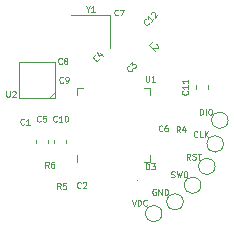
<source format=gto>
%TF.GenerationSoftware,KiCad,Pcbnew,5.1.7-a382d34a8~87~ubuntu20.04.1*%
%TF.CreationDate,2020-10-26T14:53:32+05:00*%
%TF.ProjectId,OneRing,4f6e6552-696e-4672-9e6b-696361645f70,rev?*%
%TF.SameCoordinates,Original*%
%TF.FileFunction,Legend,Top*%
%TF.FilePolarity,Positive*%
%FSLAX46Y46*%
G04 Gerber Fmt 4.6, Leading zero omitted, Abs format (unit mm)*
G04 Created by KiCad (PCBNEW 5.1.7-a382d34a8~87~ubuntu20.04.1) date 2020-10-26 14:53:32*
%MOMM*%
%LPD*%
G01*
G04 APERTURE LIST*
%ADD10C,0.125000*%
%ADD11C,0.120000*%
%ADD12C,0.100000*%
%ADD13C,1.700000*%
%ADD14C,0.600000*%
%ADD15C,1.100000*%
%ADD16C,0.254000*%
G04 APERTURE END LIST*
D10*
X166528869Y-112126190D02*
X166695535Y-112626190D01*
X166862202Y-112126190D01*
X167028869Y-112626190D02*
X167028869Y-112126190D01*
X167147916Y-112126190D01*
X167219345Y-112150000D01*
X167266964Y-112197619D01*
X167290773Y-112245238D01*
X167314583Y-112340476D01*
X167314583Y-112411904D01*
X167290773Y-112507142D01*
X167266964Y-112554761D01*
X167219345Y-112602380D01*
X167147916Y-112626190D01*
X167028869Y-112626190D01*
X167814583Y-112578571D02*
X167790773Y-112602380D01*
X167719345Y-112626190D01*
X167671726Y-112626190D01*
X167600297Y-112602380D01*
X167552678Y-112554761D01*
X167528869Y-112507142D01*
X167505059Y-112411904D01*
X167505059Y-112340476D01*
X167528869Y-112245238D01*
X167552678Y-112197619D01*
X167600297Y-112150000D01*
X167671726Y-112126190D01*
X167719345Y-112126190D01*
X167790773Y-112150000D01*
X167814583Y-112173809D01*
X168562202Y-111250000D02*
X168514583Y-111226190D01*
X168443154Y-111226190D01*
X168371726Y-111250000D01*
X168324107Y-111297619D01*
X168300297Y-111345238D01*
X168276488Y-111440476D01*
X168276488Y-111511904D01*
X168300297Y-111607142D01*
X168324107Y-111654761D01*
X168371726Y-111702380D01*
X168443154Y-111726190D01*
X168490773Y-111726190D01*
X168562202Y-111702380D01*
X168586011Y-111678571D01*
X168586011Y-111511904D01*
X168490773Y-111511904D01*
X168800297Y-111726190D02*
X168800297Y-111226190D01*
X169086011Y-111726190D01*
X169086011Y-111226190D01*
X169324107Y-111726190D02*
X169324107Y-111226190D01*
X169443154Y-111226190D01*
X169514583Y-111250000D01*
X169562202Y-111297619D01*
X169586011Y-111345238D01*
X169609821Y-111440476D01*
X169609821Y-111511904D01*
X169586011Y-111607142D01*
X169562202Y-111654761D01*
X169514583Y-111702380D01*
X169443154Y-111726190D01*
X169324107Y-111726190D01*
X169876488Y-110202380D02*
X169947916Y-110226190D01*
X170066964Y-110226190D01*
X170114583Y-110202380D01*
X170138392Y-110178571D01*
X170162202Y-110130952D01*
X170162202Y-110083333D01*
X170138392Y-110035714D01*
X170114583Y-110011904D01*
X170066964Y-109988095D01*
X169971726Y-109964285D01*
X169924107Y-109940476D01*
X169900297Y-109916666D01*
X169876488Y-109869047D01*
X169876488Y-109821428D01*
X169900297Y-109773809D01*
X169924107Y-109750000D01*
X169971726Y-109726190D01*
X170090773Y-109726190D01*
X170162202Y-109750000D01*
X170328869Y-109726190D02*
X170447916Y-110226190D01*
X170543154Y-109869047D01*
X170638392Y-110226190D01*
X170757440Y-109726190D01*
X171043154Y-109726190D02*
X171138392Y-109726190D01*
X171186011Y-109750000D01*
X171233630Y-109797619D01*
X171257440Y-109892857D01*
X171257440Y-110059523D01*
X171233630Y-110154761D01*
X171186011Y-110202380D01*
X171138392Y-110226190D01*
X171043154Y-110226190D01*
X170995535Y-110202380D01*
X170947916Y-110154761D01*
X170924107Y-110059523D01*
X170924107Y-109892857D01*
X170947916Y-109797619D01*
X170995535Y-109750000D01*
X171043154Y-109726190D01*
X171486011Y-108726190D02*
X171319345Y-108488095D01*
X171200297Y-108726190D02*
X171200297Y-108226190D01*
X171390773Y-108226190D01*
X171438392Y-108250000D01*
X171462202Y-108273809D01*
X171486011Y-108321428D01*
X171486011Y-108392857D01*
X171462202Y-108440476D01*
X171438392Y-108464285D01*
X171390773Y-108488095D01*
X171200297Y-108488095D01*
X171676488Y-108702380D02*
X171747916Y-108726190D01*
X171866964Y-108726190D01*
X171914583Y-108702380D01*
X171938392Y-108678571D01*
X171962202Y-108630952D01*
X171962202Y-108583333D01*
X171938392Y-108535714D01*
X171914583Y-108511904D01*
X171866964Y-108488095D01*
X171771726Y-108464285D01*
X171724107Y-108440476D01*
X171700297Y-108416666D01*
X171676488Y-108369047D01*
X171676488Y-108321428D01*
X171700297Y-108273809D01*
X171724107Y-108250000D01*
X171771726Y-108226190D01*
X171890773Y-108226190D01*
X171962202Y-108250000D01*
X172105059Y-108226190D02*
X172390773Y-108226190D01*
X172247916Y-108726190D02*
X172247916Y-108226190D01*
X172086011Y-106778571D02*
X172062202Y-106802380D01*
X171990773Y-106826190D01*
X171943154Y-106826190D01*
X171871726Y-106802380D01*
X171824107Y-106754761D01*
X171800297Y-106707142D01*
X171776488Y-106611904D01*
X171776488Y-106540476D01*
X171800297Y-106445238D01*
X171824107Y-106397619D01*
X171871726Y-106350000D01*
X171943154Y-106326190D01*
X171990773Y-106326190D01*
X172062202Y-106350000D01*
X172086011Y-106373809D01*
X172538392Y-106826190D02*
X172300297Y-106826190D01*
X172300297Y-106326190D01*
X172705059Y-106826190D02*
X172705059Y-106326190D01*
X172990773Y-106826190D02*
X172776488Y-106540476D01*
X172990773Y-106326190D02*
X172705059Y-106611904D01*
X172300297Y-104926190D02*
X172300297Y-104426190D01*
X172419345Y-104426190D01*
X172490773Y-104450000D01*
X172538392Y-104497619D01*
X172562202Y-104545238D01*
X172586011Y-104640476D01*
X172586011Y-104711904D01*
X172562202Y-104807142D01*
X172538392Y-104854761D01*
X172490773Y-104902380D01*
X172419345Y-104926190D01*
X172300297Y-104926190D01*
X172800297Y-104926190D02*
X172800297Y-104426190D01*
X173133630Y-104426190D02*
X173228869Y-104426190D01*
X173276488Y-104450000D01*
X173324107Y-104497619D01*
X173347916Y-104592857D01*
X173347916Y-104759523D01*
X173324107Y-104854761D01*
X173276488Y-104902380D01*
X173228869Y-104926190D01*
X173133630Y-104926190D01*
X173086011Y-104902380D01*
X173038392Y-104854761D01*
X173014583Y-104759523D01*
X173014583Y-104592857D01*
X173038392Y-104497619D01*
X173086011Y-104450000D01*
X173133630Y-104426190D01*
D11*
%TO.C,C5*%
X159410000Y-107362779D02*
X159410000Y-107037221D01*
X158390000Y-107362779D02*
X158390000Y-107037221D01*
%TO.C,C10*%
X159990000Y-107362779D02*
X159990000Y-107037221D01*
X161010000Y-107362779D02*
X161010000Y-107037221D01*
%TO.C,C11*%
X173010000Y-102762779D02*
X173010000Y-102437221D01*
X171990000Y-102762779D02*
X171990000Y-102437221D01*
D12*
%TO.C,D3*%
X167060000Y-110500000D02*
G75*
G03*
X167060000Y-110500000I-50000J0D01*
G01*
D11*
%TO.C,TP1*%
X169100000Y-113300000D02*
G75*
G03*
X169100000Y-113300000I-700000J0D01*
G01*
%TO.C,TP2*%
X173600000Y-109300000D02*
G75*
G03*
X173600000Y-109300000I-700000J0D01*
G01*
%TO.C,TP3*%
X174300000Y-107400000D02*
G75*
G03*
X174300000Y-107400000I-700000J0D01*
G01*
%TO.C,TP4*%
X174700000Y-105400000D02*
G75*
G03*
X174700000Y-105400000I-700000J0D01*
G01*
%TO.C,TP5*%
X172400000Y-110900000D02*
G75*
G03*
X172400000Y-110900000I-700000J0D01*
G01*
%TO.C,TP6*%
X170900000Y-112300000D02*
G75*
G03*
X170900000Y-112300000I-700000J0D01*
G01*
%TO.C,U1*%
X161890000Y-108360000D02*
X161890000Y-108910000D01*
X168110000Y-102690000D02*
X167560000Y-102690000D01*
X168110000Y-103240000D02*
X168110000Y-102690000D01*
X168110000Y-108910000D02*
X167560000Y-108910000D01*
X168110000Y-108360000D02*
X168110000Y-108910000D01*
X161890000Y-102690000D02*
X162440000Y-102690000D01*
X161890000Y-103240000D02*
X161890000Y-102690000D01*
%TO.C,U2*%
X160000000Y-103000000D02*
X159500000Y-103500000D01*
X159450000Y-103150000D02*
G75*
G03*
X159450000Y-103150000I-50000J0D01*
G01*
X157000000Y-103500000D02*
X160000000Y-103500000D01*
X157000000Y-100500000D02*
X157000000Y-103500000D01*
X160000000Y-100500000D02*
X157000000Y-100500000D01*
X160000000Y-103500000D02*
X160000000Y-100500000D01*
%TO.C,Y1*%
X164700000Y-96500000D02*
X161400000Y-96500000D01*
X164700000Y-99300000D02*
X164700000Y-96500000D01*
%TO.C,C1*%
D10*
X157416666Y-105728571D02*
X157392857Y-105752380D01*
X157321428Y-105776190D01*
X157273809Y-105776190D01*
X157202380Y-105752380D01*
X157154761Y-105704761D01*
X157130952Y-105657142D01*
X157107142Y-105561904D01*
X157107142Y-105490476D01*
X157130952Y-105395238D01*
X157154761Y-105347619D01*
X157202380Y-105300000D01*
X157273809Y-105276190D01*
X157321428Y-105276190D01*
X157392857Y-105300000D01*
X157416666Y-105323809D01*
X157892857Y-105776190D02*
X157607142Y-105776190D01*
X157750000Y-105776190D02*
X157750000Y-105276190D01*
X157702380Y-105347619D01*
X157654761Y-105395238D01*
X157607142Y-105419047D01*
%TO.C,C2*%
X162216666Y-111078571D02*
X162192857Y-111102380D01*
X162121428Y-111126190D01*
X162073809Y-111126190D01*
X162002380Y-111102380D01*
X161954761Y-111054761D01*
X161930952Y-111007142D01*
X161907142Y-110911904D01*
X161907142Y-110840476D01*
X161930952Y-110745238D01*
X161954761Y-110697619D01*
X162002380Y-110650000D01*
X162073809Y-110626190D01*
X162121428Y-110626190D01*
X162192857Y-110650000D01*
X162216666Y-110673809D01*
X162407142Y-110673809D02*
X162430952Y-110650000D01*
X162478571Y-110626190D01*
X162597619Y-110626190D01*
X162645238Y-110650000D01*
X162669047Y-110673809D01*
X162692857Y-110721428D01*
X162692857Y-110769047D01*
X162669047Y-110840476D01*
X162383333Y-111126190D01*
X162692857Y-111126190D01*
%TO.C,C3*%
X166567343Y-101085194D02*
X166567343Y-101118866D01*
X166533671Y-101186209D01*
X166500000Y-101219881D01*
X166432656Y-101253553D01*
X166365312Y-101253553D01*
X166314805Y-101236717D01*
X166230625Y-101186209D01*
X166180118Y-101135702D01*
X166129610Y-101051522D01*
X166112774Y-101001015D01*
X166112774Y-100933671D01*
X166146446Y-100866328D01*
X166180118Y-100832656D01*
X166247461Y-100798984D01*
X166281133Y-100798984D01*
X166365312Y-100647461D02*
X166584179Y-100428595D01*
X166601015Y-100681133D01*
X166651522Y-100630625D01*
X166702030Y-100613790D01*
X166735702Y-100613790D01*
X166786209Y-100630625D01*
X166870389Y-100714805D01*
X166887225Y-100765312D01*
X166887225Y-100798984D01*
X166870389Y-100849492D01*
X166769374Y-100950507D01*
X166718866Y-100967343D01*
X166685194Y-100967343D01*
%TO.C,C4*%
X163740028Y-100185195D02*
X163740028Y-100218867D01*
X163706356Y-100286210D01*
X163672685Y-100319882D01*
X163605341Y-100353554D01*
X163537997Y-100353554D01*
X163487490Y-100336718D01*
X163403310Y-100286210D01*
X163352803Y-100235703D01*
X163302295Y-100151523D01*
X163285459Y-100101016D01*
X163285459Y-100033672D01*
X163319131Y-99966329D01*
X163352803Y-99932657D01*
X163420146Y-99898985D01*
X163453818Y-99898985D01*
X163841043Y-99680119D02*
X164076746Y-99915821D01*
X163622177Y-99629611D02*
X163790536Y-99966329D01*
X164009402Y-99747462D01*
%TO.C,C5*%
X158816666Y-105478571D02*
X158792857Y-105502380D01*
X158721428Y-105526190D01*
X158673809Y-105526190D01*
X158602380Y-105502380D01*
X158554761Y-105454761D01*
X158530952Y-105407142D01*
X158507142Y-105311904D01*
X158507142Y-105240476D01*
X158530952Y-105145238D01*
X158554761Y-105097619D01*
X158602380Y-105050000D01*
X158673809Y-105026190D01*
X158721428Y-105026190D01*
X158792857Y-105050000D01*
X158816666Y-105073809D01*
X159269047Y-105026190D02*
X159030952Y-105026190D01*
X159007142Y-105264285D01*
X159030952Y-105240476D01*
X159078571Y-105216666D01*
X159197619Y-105216666D01*
X159245238Y-105240476D01*
X159269047Y-105264285D01*
X159292857Y-105311904D01*
X159292857Y-105430952D01*
X159269047Y-105478571D01*
X159245238Y-105502380D01*
X159197619Y-105526190D01*
X159078571Y-105526190D01*
X159030952Y-105502380D01*
X159007142Y-105478571D01*
%TO.C,C6*%
X169116666Y-106278571D02*
X169092857Y-106302380D01*
X169021428Y-106326190D01*
X168973809Y-106326190D01*
X168902380Y-106302380D01*
X168854761Y-106254761D01*
X168830952Y-106207142D01*
X168807142Y-106111904D01*
X168807142Y-106040476D01*
X168830952Y-105945238D01*
X168854761Y-105897619D01*
X168902380Y-105850000D01*
X168973809Y-105826190D01*
X169021428Y-105826190D01*
X169092857Y-105850000D01*
X169116666Y-105873809D01*
X169545238Y-105826190D02*
X169450000Y-105826190D01*
X169402380Y-105850000D01*
X169378571Y-105873809D01*
X169330952Y-105945238D01*
X169307142Y-106040476D01*
X169307142Y-106230952D01*
X169330952Y-106278571D01*
X169354761Y-106302380D01*
X169402380Y-106326190D01*
X169497619Y-106326190D01*
X169545238Y-106302380D01*
X169569047Y-106278571D01*
X169592857Y-106230952D01*
X169592857Y-106111904D01*
X169569047Y-106064285D01*
X169545238Y-106040476D01*
X169497619Y-106016666D01*
X169402380Y-106016666D01*
X169354761Y-106040476D01*
X169330952Y-106064285D01*
X169307142Y-106111904D01*
%TO.C,C7*%
X165366666Y-96478571D02*
X165342857Y-96502380D01*
X165271428Y-96526190D01*
X165223809Y-96526190D01*
X165152380Y-96502380D01*
X165104761Y-96454761D01*
X165080952Y-96407142D01*
X165057142Y-96311904D01*
X165057142Y-96240476D01*
X165080952Y-96145238D01*
X165104761Y-96097619D01*
X165152380Y-96050000D01*
X165223809Y-96026190D01*
X165271428Y-96026190D01*
X165342857Y-96050000D01*
X165366666Y-96073809D01*
X165533333Y-96026190D02*
X165866666Y-96026190D01*
X165652380Y-96526190D01*
%TO.C,C8*%
X160616666Y-100578571D02*
X160592857Y-100602380D01*
X160521428Y-100626190D01*
X160473809Y-100626190D01*
X160402380Y-100602380D01*
X160354761Y-100554761D01*
X160330952Y-100507142D01*
X160307142Y-100411904D01*
X160307142Y-100340476D01*
X160330952Y-100245238D01*
X160354761Y-100197619D01*
X160402380Y-100150000D01*
X160473809Y-100126190D01*
X160521428Y-100126190D01*
X160592857Y-100150000D01*
X160616666Y-100173809D01*
X160902380Y-100340476D02*
X160854761Y-100316666D01*
X160830952Y-100292857D01*
X160807142Y-100245238D01*
X160807142Y-100221428D01*
X160830952Y-100173809D01*
X160854761Y-100150000D01*
X160902380Y-100126190D01*
X160997619Y-100126190D01*
X161045238Y-100150000D01*
X161069047Y-100173809D01*
X161092857Y-100221428D01*
X161092857Y-100245238D01*
X161069047Y-100292857D01*
X161045238Y-100316666D01*
X160997619Y-100340476D01*
X160902380Y-100340476D01*
X160854761Y-100364285D01*
X160830952Y-100388095D01*
X160807142Y-100435714D01*
X160807142Y-100530952D01*
X160830952Y-100578571D01*
X160854761Y-100602380D01*
X160902380Y-100626190D01*
X160997619Y-100626190D01*
X161045238Y-100602380D01*
X161069047Y-100578571D01*
X161092857Y-100530952D01*
X161092857Y-100435714D01*
X161069047Y-100388095D01*
X161045238Y-100364285D01*
X160997619Y-100340476D01*
%TO.C,C9*%
X160716666Y-102178571D02*
X160692857Y-102202380D01*
X160621428Y-102226190D01*
X160573809Y-102226190D01*
X160502380Y-102202380D01*
X160454761Y-102154761D01*
X160430952Y-102107142D01*
X160407142Y-102011904D01*
X160407142Y-101940476D01*
X160430952Y-101845238D01*
X160454761Y-101797619D01*
X160502380Y-101750000D01*
X160573809Y-101726190D01*
X160621428Y-101726190D01*
X160692857Y-101750000D01*
X160716666Y-101773809D01*
X160954761Y-102226190D02*
X161050000Y-102226190D01*
X161097619Y-102202380D01*
X161121428Y-102178571D01*
X161169047Y-102107142D01*
X161192857Y-102011904D01*
X161192857Y-101821428D01*
X161169047Y-101773809D01*
X161145238Y-101750000D01*
X161097619Y-101726190D01*
X161002380Y-101726190D01*
X160954761Y-101750000D01*
X160930952Y-101773809D01*
X160907142Y-101821428D01*
X160907142Y-101940476D01*
X160930952Y-101988095D01*
X160954761Y-102011904D01*
X161002380Y-102035714D01*
X161097619Y-102035714D01*
X161145238Y-102011904D01*
X161169047Y-101988095D01*
X161192857Y-101940476D01*
%TO.C,C10*%
X160178571Y-105478571D02*
X160154761Y-105502380D01*
X160083333Y-105526190D01*
X160035714Y-105526190D01*
X159964285Y-105502380D01*
X159916666Y-105454761D01*
X159892857Y-105407142D01*
X159869047Y-105311904D01*
X159869047Y-105240476D01*
X159892857Y-105145238D01*
X159916666Y-105097619D01*
X159964285Y-105050000D01*
X160035714Y-105026190D01*
X160083333Y-105026190D01*
X160154761Y-105050000D01*
X160178571Y-105073809D01*
X160654761Y-105526190D02*
X160369047Y-105526190D01*
X160511904Y-105526190D02*
X160511904Y-105026190D01*
X160464285Y-105097619D01*
X160416666Y-105145238D01*
X160369047Y-105169047D01*
X160964285Y-105026190D02*
X161011904Y-105026190D01*
X161059523Y-105050000D01*
X161083333Y-105073809D01*
X161107142Y-105121428D01*
X161130952Y-105216666D01*
X161130952Y-105335714D01*
X161107142Y-105430952D01*
X161083333Y-105478571D01*
X161059523Y-105502380D01*
X161011904Y-105526190D01*
X160964285Y-105526190D01*
X160916666Y-105502380D01*
X160892857Y-105478571D01*
X160869047Y-105430952D01*
X160845238Y-105335714D01*
X160845238Y-105216666D01*
X160869047Y-105121428D01*
X160892857Y-105073809D01*
X160916666Y-105050000D01*
X160964285Y-105026190D01*
%TO.C,C11*%
X171248571Y-102921428D02*
X171272380Y-102945238D01*
X171296190Y-103016666D01*
X171296190Y-103064285D01*
X171272380Y-103135714D01*
X171224761Y-103183333D01*
X171177142Y-103207142D01*
X171081904Y-103230952D01*
X171010476Y-103230952D01*
X170915238Y-103207142D01*
X170867619Y-103183333D01*
X170820000Y-103135714D01*
X170796190Y-103064285D01*
X170796190Y-103016666D01*
X170820000Y-102945238D01*
X170843809Y-102921428D01*
X171296190Y-102445238D02*
X171296190Y-102730952D01*
X171296190Y-102588095D02*
X170796190Y-102588095D01*
X170867619Y-102635714D01*
X170915238Y-102683333D01*
X170939047Y-102730952D01*
X171296190Y-101969047D02*
X171296190Y-102254761D01*
X171296190Y-102111904D02*
X170796190Y-102111904D01*
X170867619Y-102159523D01*
X170915238Y-102207142D01*
X170939047Y-102254761D01*
%TO.C,C12*%
X167998984Y-97153553D02*
X167998984Y-97187225D01*
X167965312Y-97254568D01*
X167931641Y-97288240D01*
X167864297Y-97321912D01*
X167796954Y-97321912D01*
X167746446Y-97305076D01*
X167662267Y-97254568D01*
X167611759Y-97204061D01*
X167561251Y-97119881D01*
X167544416Y-97069374D01*
X167544416Y-97002030D01*
X167578087Y-96934687D01*
X167611759Y-96901015D01*
X167679103Y-96867343D01*
X167712774Y-96867343D01*
X168369374Y-96850507D02*
X168167343Y-97052538D01*
X168268358Y-96951522D02*
X167914805Y-96597969D01*
X167931641Y-96682148D01*
X167931641Y-96749492D01*
X167914805Y-96800000D01*
X168184179Y-96395938D02*
X168184179Y-96362267D01*
X168201015Y-96311759D01*
X168285194Y-96227580D01*
X168335702Y-96210744D01*
X168369374Y-96210744D01*
X168419881Y-96227580D01*
X168453553Y-96261251D01*
X168487225Y-96328595D01*
X168487225Y-96732656D01*
X168706091Y-96513790D01*
%TO.C,D3*%
X167730952Y-109556190D02*
X167730952Y-109056190D01*
X167850000Y-109056190D01*
X167921428Y-109080000D01*
X167969047Y-109127619D01*
X167992857Y-109175238D01*
X168016666Y-109270476D01*
X168016666Y-109341904D01*
X167992857Y-109437142D01*
X167969047Y-109484761D01*
X167921428Y-109532380D01*
X167850000Y-109556190D01*
X167730952Y-109556190D01*
X168183333Y-109056190D02*
X168492857Y-109056190D01*
X168326190Y-109246666D01*
X168397619Y-109246666D01*
X168445238Y-109270476D01*
X168469047Y-109294285D01*
X168492857Y-109341904D01*
X168492857Y-109460952D01*
X168469047Y-109508571D01*
X168445238Y-109532380D01*
X168397619Y-109556190D01*
X168254761Y-109556190D01*
X168207142Y-109532380D01*
X168183333Y-109508571D01*
%TO.C,L2*%
X168181133Y-99201015D02*
X168012774Y-99032656D01*
X168366328Y-98679103D01*
X168602030Y-98982148D02*
X168635702Y-98982148D01*
X168686209Y-98998984D01*
X168770389Y-99083164D01*
X168787225Y-99133671D01*
X168787225Y-99167343D01*
X168770389Y-99217851D01*
X168736717Y-99251522D01*
X168669374Y-99285194D01*
X168265312Y-99285194D01*
X168484179Y-99504061D01*
%TO.C,R4*%
X170616666Y-106426190D02*
X170450000Y-106188095D01*
X170330952Y-106426190D02*
X170330952Y-105926190D01*
X170521428Y-105926190D01*
X170569047Y-105950000D01*
X170592857Y-105973809D01*
X170616666Y-106021428D01*
X170616666Y-106092857D01*
X170592857Y-106140476D01*
X170569047Y-106164285D01*
X170521428Y-106188095D01*
X170330952Y-106188095D01*
X171045238Y-106092857D02*
X171045238Y-106426190D01*
X170926190Y-105902380D02*
X170807142Y-106259523D01*
X171116666Y-106259523D01*
%TO.C,R5*%
X160516666Y-111226190D02*
X160350000Y-110988095D01*
X160230952Y-111226190D02*
X160230952Y-110726190D01*
X160421428Y-110726190D01*
X160469047Y-110750000D01*
X160492857Y-110773809D01*
X160516666Y-110821428D01*
X160516666Y-110892857D01*
X160492857Y-110940476D01*
X160469047Y-110964285D01*
X160421428Y-110988095D01*
X160230952Y-110988095D01*
X160969047Y-110726190D02*
X160730952Y-110726190D01*
X160707142Y-110964285D01*
X160730952Y-110940476D01*
X160778571Y-110916666D01*
X160897619Y-110916666D01*
X160945238Y-110940476D01*
X160969047Y-110964285D01*
X160992857Y-111011904D01*
X160992857Y-111130952D01*
X160969047Y-111178571D01*
X160945238Y-111202380D01*
X160897619Y-111226190D01*
X160778571Y-111226190D01*
X160730952Y-111202380D01*
X160707142Y-111178571D01*
%TO.C,R6*%
X159516666Y-109426190D02*
X159350000Y-109188095D01*
X159230952Y-109426190D02*
X159230952Y-108926190D01*
X159421428Y-108926190D01*
X159469047Y-108950000D01*
X159492857Y-108973809D01*
X159516666Y-109021428D01*
X159516666Y-109092857D01*
X159492857Y-109140476D01*
X159469047Y-109164285D01*
X159421428Y-109188095D01*
X159230952Y-109188095D01*
X159945238Y-108926190D02*
X159850000Y-108926190D01*
X159802380Y-108950000D01*
X159778571Y-108973809D01*
X159730952Y-109045238D01*
X159707142Y-109140476D01*
X159707142Y-109330952D01*
X159730952Y-109378571D01*
X159754761Y-109402380D01*
X159802380Y-109426190D01*
X159897619Y-109426190D01*
X159945238Y-109402380D01*
X159969047Y-109378571D01*
X159992857Y-109330952D01*
X159992857Y-109211904D01*
X159969047Y-109164285D01*
X159945238Y-109140476D01*
X159897619Y-109116666D01*
X159802380Y-109116666D01*
X159754761Y-109140476D01*
X159730952Y-109164285D01*
X159707142Y-109211904D01*
%TO.C,U1*%
X167719047Y-101626190D02*
X167719047Y-102030952D01*
X167742857Y-102078571D01*
X167766666Y-102102380D01*
X167814285Y-102126190D01*
X167909523Y-102126190D01*
X167957142Y-102102380D01*
X167980952Y-102078571D01*
X168004761Y-102030952D01*
X168004761Y-101626190D01*
X168504761Y-102126190D02*
X168219047Y-102126190D01*
X168361904Y-102126190D02*
X168361904Y-101626190D01*
X168314285Y-101697619D01*
X168266666Y-101745238D01*
X168219047Y-101769047D01*
%TO.C,U2*%
X155919047Y-102926190D02*
X155919047Y-103330952D01*
X155942857Y-103378571D01*
X155966666Y-103402380D01*
X156014285Y-103426190D01*
X156109523Y-103426190D01*
X156157142Y-103402380D01*
X156180952Y-103378571D01*
X156204761Y-103330952D01*
X156204761Y-102926190D01*
X156419047Y-102973809D02*
X156442857Y-102950000D01*
X156490476Y-102926190D01*
X156609523Y-102926190D01*
X156657142Y-102950000D01*
X156680952Y-102973809D01*
X156704761Y-103021428D01*
X156704761Y-103069047D01*
X156680952Y-103140476D01*
X156395238Y-103426190D01*
X156704761Y-103426190D01*
%TO.C,Y1*%
X162811904Y-95988095D02*
X162811904Y-96226190D01*
X162645238Y-95726190D02*
X162811904Y-95988095D01*
X162978571Y-95726190D01*
X163407142Y-96226190D02*
X163121428Y-96226190D01*
X163264285Y-96226190D02*
X163264285Y-95726190D01*
X163216666Y-95797619D01*
X163169047Y-95845238D01*
X163121428Y-95869047D01*
%TD*%
%LPC*%
D12*
%TO.C,AE1*%
G36*
X162334535Y-90361447D02*
G01*
X163288907Y-90136782D01*
X164252431Y-90023546D01*
X165239248Y-89997242D01*
X166220381Y-90065637D01*
X167176512Y-90233906D01*
X168161112Y-90508426D01*
X169062061Y-90857125D01*
X169913513Y-91291556D01*
X170747033Y-91813614D01*
X171531055Y-92421404D01*
X172241086Y-93100784D01*
X172884194Y-93839507D01*
X173438475Y-94633089D01*
X173940670Y-95502744D01*
X174321778Y-96384139D01*
X174633376Y-97315217D01*
X174867193Y-98381017D01*
X170858601Y-99455116D01*
X170728819Y-98661670D01*
X170561281Y-98075043D01*
X170340963Y-97523264D01*
X170105301Y-97068772D01*
X169769072Y-96548051D01*
X169409735Y-96095639D01*
X168997619Y-95678074D01*
X168542383Y-95292769D01*
X168085945Y-94980255D01*
X167574141Y-94692929D01*
X167061135Y-94478395D01*
X166517257Y-94303191D01*
X165935435Y-94179565D01*
X165369142Y-94113895D01*
X164777153Y-94106874D01*
X164210353Y-94155220D01*
X163598538Y-94267391D01*
X163079526Y-94416813D01*
X162549654Y-94641614D01*
X162030135Y-94905052D01*
X161562193Y-95206433D01*
X161093051Y-95580606D01*
X160675486Y-95992722D01*
X160306911Y-96433122D01*
X159994397Y-96889560D01*
X159702589Y-97423271D01*
X159478395Y-97938865D01*
X159305779Y-98492403D01*
X155178217Y-98117935D01*
X155503944Y-96860794D01*
X155847466Y-95940527D01*
X156296039Y-95064580D01*
X156811026Y-94243308D01*
X157421404Y-93468945D01*
X158088537Y-92751843D01*
X158839507Y-92115806D01*
X159630501Y-91551865D01*
X160512403Y-91056741D01*
X161391210Y-90665974D01*
X162334535Y-90361447D01*
G37*
%TD*%
D13*
%TO.C,J2*%
X157000000Y-109000000D03*
%TD*%
%TO.C,J3*%
X161000000Y-113000000D03*
%TD*%
%TO.C,C1*%
G36*
G01*
X157697500Y-107730000D02*
X157302500Y-107730000D01*
G75*
G02*
X157130000Y-107557500I0J172500D01*
G01*
X157130000Y-107212500D01*
G75*
G02*
X157302500Y-107040000I172500J0D01*
G01*
X157697500Y-107040000D01*
G75*
G02*
X157870000Y-107212500I0J-172500D01*
G01*
X157870000Y-107557500D01*
G75*
G02*
X157697500Y-107730000I-172500J0D01*
G01*
G37*
G36*
G01*
X157697500Y-106760000D02*
X157302500Y-106760000D01*
G75*
G02*
X157130000Y-106587500I0J172500D01*
G01*
X157130000Y-106242500D01*
G75*
G02*
X157302500Y-106070000I172500J0D01*
G01*
X157697500Y-106070000D01*
G75*
G02*
X157870000Y-106242500I0J-172500D01*
G01*
X157870000Y-106587500D01*
G75*
G02*
X157697500Y-106760000I-172500J0D01*
G01*
G37*
%TD*%
%TO.C,C2*%
G36*
G01*
X163145000Y-109802500D02*
X163145000Y-110197500D01*
G75*
G02*
X162972500Y-110370000I-172500J0D01*
G01*
X162627500Y-110370000D01*
G75*
G02*
X162455000Y-110197500I0J172500D01*
G01*
X162455000Y-109802500D01*
G75*
G02*
X162627500Y-109630000I172500J0D01*
G01*
X162972500Y-109630000D01*
G75*
G02*
X163145000Y-109802500I0J-172500D01*
G01*
G37*
G36*
G01*
X162175000Y-109802500D02*
X162175000Y-110197500D01*
G75*
G02*
X162002500Y-110370000I-172500J0D01*
G01*
X161657500Y-110370000D01*
G75*
G02*
X161485000Y-110197500I0J172500D01*
G01*
X161485000Y-109802500D01*
G75*
G02*
X161657500Y-109630000I172500J0D01*
G01*
X162002500Y-109630000D01*
G75*
G02*
X162175000Y-109802500I0J-172500D01*
G01*
G37*
%TD*%
%TO.C,C3*%
G36*
G01*
X166138649Y-100340659D02*
X165859341Y-100061351D01*
G75*
G02*
X165859341Y-99817399I121976J121976D01*
G01*
X166103293Y-99573447D01*
G75*
G02*
X166347245Y-99573447I121976J-121976D01*
G01*
X166626553Y-99852755D01*
G75*
G02*
X166626553Y-100096707I-121976J-121976D01*
G01*
X166382601Y-100340659D01*
G75*
G02*
X166138649Y-100340659I-121976J121976D01*
G01*
G37*
G36*
G01*
X165452755Y-101026553D02*
X165173447Y-100747245D01*
G75*
G02*
X165173447Y-100503293I121976J121976D01*
G01*
X165417399Y-100259341D01*
G75*
G02*
X165661351Y-100259341I121976J-121976D01*
G01*
X165940659Y-100538649D01*
G75*
G02*
X165940659Y-100782601I-121976J-121976D01*
G01*
X165696707Y-101026553D01*
G75*
G02*
X165452755Y-101026553I-121976J121976D01*
G01*
G37*
%TD*%
%TO.C,C4*%
G36*
G01*
X164052755Y-101076553D02*
X163773447Y-100797245D01*
G75*
G02*
X163773447Y-100553293I121976J121976D01*
G01*
X164017399Y-100309341D01*
G75*
G02*
X164261351Y-100309341I121976J-121976D01*
G01*
X164540659Y-100588649D01*
G75*
G02*
X164540659Y-100832601I-121976J-121976D01*
G01*
X164296707Y-101076553D01*
G75*
G02*
X164052755Y-101076553I-121976J121976D01*
G01*
G37*
G36*
G01*
X164738649Y-100390659D02*
X164459341Y-100111351D01*
G75*
G02*
X164459341Y-99867399I121976J121976D01*
G01*
X164703293Y-99623447D01*
G75*
G02*
X164947245Y-99623447I121976J-121976D01*
G01*
X165226553Y-99902755D01*
G75*
G02*
X165226553Y-100146707I-121976J-121976D01*
G01*
X164982601Y-100390659D01*
G75*
G02*
X164738649Y-100390659I-121976J121976D01*
G01*
G37*
%TD*%
%TO.C,C5*%
G36*
G01*
X159181250Y-108475000D02*
X158618750Y-108475000D01*
G75*
G02*
X158375000Y-108231250I0J243750D01*
G01*
X158375000Y-107743750D01*
G75*
G02*
X158618750Y-107500000I243750J0D01*
G01*
X159181250Y-107500000D01*
G75*
G02*
X159425000Y-107743750I0J-243750D01*
G01*
X159425000Y-108231250D01*
G75*
G02*
X159181250Y-108475000I-243750J0D01*
G01*
G37*
G36*
G01*
X159181250Y-106900000D02*
X158618750Y-106900000D01*
G75*
G02*
X158375000Y-106656250I0J243750D01*
G01*
X158375000Y-106168750D01*
G75*
G02*
X158618750Y-105925000I243750J0D01*
G01*
X159181250Y-105925000D01*
G75*
G02*
X159425000Y-106168750I0J-243750D01*
G01*
X159425000Y-106656250D01*
G75*
G02*
X159181250Y-106900000I-243750J0D01*
G01*
G37*
%TD*%
%TO.C,C6*%
G36*
G01*
X169397500Y-108345000D02*
X169002500Y-108345000D01*
G75*
G02*
X168830000Y-108172500I0J172500D01*
G01*
X168830000Y-107827500D01*
G75*
G02*
X169002500Y-107655000I172500J0D01*
G01*
X169397500Y-107655000D01*
G75*
G02*
X169570000Y-107827500I0J-172500D01*
G01*
X169570000Y-108172500D01*
G75*
G02*
X169397500Y-108345000I-172500J0D01*
G01*
G37*
G36*
G01*
X169397500Y-107375000D02*
X169002500Y-107375000D01*
G75*
G02*
X168830000Y-107202500I0J172500D01*
G01*
X168830000Y-106857500D01*
G75*
G02*
X169002500Y-106685000I172500J0D01*
G01*
X169397500Y-106685000D01*
G75*
G02*
X169570000Y-106857500I0J-172500D01*
G01*
X169570000Y-107202500D01*
G75*
G02*
X169397500Y-107375000I-172500J0D01*
G01*
G37*
%TD*%
%TO.C,C7*%
G36*
G01*
X165647500Y-97545000D02*
X165252500Y-97545000D01*
G75*
G02*
X165080000Y-97372500I0J172500D01*
G01*
X165080000Y-97027500D01*
G75*
G02*
X165252500Y-96855000I172500J0D01*
G01*
X165647500Y-96855000D01*
G75*
G02*
X165820000Y-97027500I0J-172500D01*
G01*
X165820000Y-97372500D01*
G75*
G02*
X165647500Y-97545000I-172500J0D01*
G01*
G37*
G36*
G01*
X165647500Y-98515000D02*
X165252500Y-98515000D01*
G75*
G02*
X165080000Y-98342500I0J172500D01*
G01*
X165080000Y-97997500D01*
G75*
G02*
X165252500Y-97825000I172500J0D01*
G01*
X165647500Y-97825000D01*
G75*
G02*
X165820000Y-97997500I0J-172500D01*
G01*
X165820000Y-98342500D01*
G75*
G02*
X165647500Y-98515000I-172500J0D01*
G01*
G37*
%TD*%
%TO.C,C8*%
G36*
G01*
X160897500Y-99915000D02*
X160502500Y-99915000D01*
G75*
G02*
X160330000Y-99742500I0J172500D01*
G01*
X160330000Y-99397500D01*
G75*
G02*
X160502500Y-99225000I172500J0D01*
G01*
X160897500Y-99225000D01*
G75*
G02*
X161070000Y-99397500I0J-172500D01*
G01*
X161070000Y-99742500D01*
G75*
G02*
X160897500Y-99915000I-172500J0D01*
G01*
G37*
G36*
G01*
X160897500Y-98945000D02*
X160502500Y-98945000D01*
G75*
G02*
X160330000Y-98772500I0J172500D01*
G01*
X160330000Y-98427500D01*
G75*
G02*
X160502500Y-98255000I172500J0D01*
G01*
X160897500Y-98255000D01*
G75*
G02*
X161070000Y-98427500I0J-172500D01*
G01*
X161070000Y-98772500D01*
G75*
G02*
X160897500Y-98945000I-172500J0D01*
G01*
G37*
%TD*%
%TO.C,C9*%
G36*
G01*
X160602500Y-103475000D02*
X160997500Y-103475000D01*
G75*
G02*
X161170000Y-103647500I0J-172500D01*
G01*
X161170000Y-103992500D01*
G75*
G02*
X160997500Y-104165000I-172500J0D01*
G01*
X160602500Y-104165000D01*
G75*
G02*
X160430000Y-103992500I0J172500D01*
G01*
X160430000Y-103647500D01*
G75*
G02*
X160602500Y-103475000I172500J0D01*
G01*
G37*
G36*
G01*
X160602500Y-102505000D02*
X160997500Y-102505000D01*
G75*
G02*
X161170000Y-102677500I0J-172500D01*
G01*
X161170000Y-103022500D01*
G75*
G02*
X160997500Y-103195000I-172500J0D01*
G01*
X160602500Y-103195000D01*
G75*
G02*
X160430000Y-103022500I0J172500D01*
G01*
X160430000Y-102677500D01*
G75*
G02*
X160602500Y-102505000I172500J0D01*
G01*
G37*
%TD*%
%TO.C,C10*%
G36*
G01*
X160781250Y-106900000D02*
X160218750Y-106900000D01*
G75*
G02*
X159975000Y-106656250I0J243750D01*
G01*
X159975000Y-106168750D01*
G75*
G02*
X160218750Y-105925000I243750J0D01*
G01*
X160781250Y-105925000D01*
G75*
G02*
X161025000Y-106168750I0J-243750D01*
G01*
X161025000Y-106656250D01*
G75*
G02*
X160781250Y-106900000I-243750J0D01*
G01*
G37*
G36*
G01*
X160781250Y-108475000D02*
X160218750Y-108475000D01*
G75*
G02*
X159975000Y-108231250I0J243750D01*
G01*
X159975000Y-107743750D01*
G75*
G02*
X160218750Y-107500000I243750J0D01*
G01*
X160781250Y-107500000D01*
G75*
G02*
X161025000Y-107743750I0J-243750D01*
G01*
X161025000Y-108231250D01*
G75*
G02*
X160781250Y-108475000I-243750J0D01*
G01*
G37*
%TD*%
%TO.C,C11*%
G36*
G01*
X172781250Y-103875000D02*
X172218750Y-103875000D01*
G75*
G02*
X171975000Y-103631250I0J243750D01*
G01*
X171975000Y-103143750D01*
G75*
G02*
X172218750Y-102900000I243750J0D01*
G01*
X172781250Y-102900000D01*
G75*
G02*
X173025000Y-103143750I0J-243750D01*
G01*
X173025000Y-103631250D01*
G75*
G02*
X172781250Y-103875000I-243750J0D01*
G01*
G37*
G36*
G01*
X172781250Y-102300000D02*
X172218750Y-102300000D01*
G75*
G02*
X171975000Y-102056250I0J243750D01*
G01*
X171975000Y-101568750D01*
G75*
G02*
X172218750Y-101325000I243750J0D01*
G01*
X172781250Y-101325000D01*
G75*
G02*
X173025000Y-101568750I0J-243750D01*
G01*
X173025000Y-102056250D01*
G75*
G02*
X172781250Y-102300000I-243750J0D01*
G01*
G37*
%TD*%
%TO.C,C12*%
G36*
G01*
X168461351Y-97359341D02*
X168740659Y-97638649D01*
G75*
G02*
X168740659Y-97882601I-121976J-121976D01*
G01*
X168496707Y-98126553D01*
G75*
G02*
X168252755Y-98126553I-121976J121976D01*
G01*
X167973447Y-97847245D01*
G75*
G02*
X167973447Y-97603293I121976J121976D01*
G01*
X168217399Y-97359341D01*
G75*
G02*
X168461351Y-97359341I121976J-121976D01*
G01*
G37*
G36*
G01*
X169147245Y-96673447D02*
X169426553Y-96952755D01*
G75*
G02*
X169426553Y-97196707I-121976J-121976D01*
G01*
X169182601Y-97440659D01*
G75*
G02*
X168938649Y-97440659I-121976J121976D01*
G01*
X168659341Y-97161351D01*
G75*
G02*
X168659341Y-96917399I121976J121976D01*
G01*
X168903293Y-96673447D01*
G75*
G02*
X169147245Y-96673447I121976J-121976D01*
G01*
G37*
%TD*%
%TO.C,D3*%
G36*
G01*
X167270000Y-110697500D02*
X167270000Y-110302500D01*
G75*
G02*
X167442500Y-110130000I172500J0D01*
G01*
X167787500Y-110130000D01*
G75*
G02*
X167960000Y-110302500I0J-172500D01*
G01*
X167960000Y-110697500D01*
G75*
G02*
X167787500Y-110870000I-172500J0D01*
G01*
X167442500Y-110870000D01*
G75*
G02*
X167270000Y-110697500I0J172500D01*
G01*
G37*
G36*
G01*
X168240000Y-110697500D02*
X168240000Y-110302500D01*
G75*
G02*
X168412500Y-110130000I172500J0D01*
G01*
X168757500Y-110130000D01*
G75*
G02*
X168930000Y-110302500I0J-172500D01*
G01*
X168930000Y-110697500D01*
G75*
G02*
X168757500Y-110870000I-172500J0D01*
G01*
X168412500Y-110870000D01*
G75*
G02*
X168240000Y-110697500I0J172500D01*
G01*
G37*
%TD*%
D14*
%TO.C,J1*%
X156000000Y-105250000D03*
X156000000Y-99750000D03*
%TD*%
%TO.C,L2*%
G36*
G01*
X169847245Y-97373447D02*
X170126553Y-97652755D01*
G75*
G02*
X170126553Y-97896707I-121976J-121976D01*
G01*
X169882601Y-98140659D01*
G75*
G02*
X169638649Y-98140659I-121976J121976D01*
G01*
X169359341Y-97861351D01*
G75*
G02*
X169359341Y-97617399I121976J121976D01*
G01*
X169603293Y-97373447D01*
G75*
G02*
X169847245Y-97373447I121976J-121976D01*
G01*
G37*
G36*
G01*
X169161351Y-98059341D02*
X169440659Y-98338649D01*
G75*
G02*
X169440659Y-98582601I-121976J-121976D01*
G01*
X169196707Y-98826553D01*
G75*
G02*
X168952755Y-98826553I-121976J121976D01*
G01*
X168673447Y-98547245D01*
G75*
G02*
X168673447Y-98303293I121976J121976D01*
G01*
X168917399Y-98059341D01*
G75*
G02*
X169161351Y-98059341I121976J-121976D01*
G01*
G37*
%TD*%
%TO.C,R4*%
G36*
G01*
X170897500Y-107360000D02*
X170502500Y-107360000D01*
G75*
G02*
X170330000Y-107187500I0J172500D01*
G01*
X170330000Y-106842500D01*
G75*
G02*
X170502500Y-106670000I172500J0D01*
G01*
X170897500Y-106670000D01*
G75*
G02*
X171070000Y-106842500I0J-172500D01*
G01*
X171070000Y-107187500D01*
G75*
G02*
X170897500Y-107360000I-172500J0D01*
G01*
G37*
G36*
G01*
X170897500Y-108330000D02*
X170502500Y-108330000D01*
G75*
G02*
X170330000Y-108157500I0J172500D01*
G01*
X170330000Y-107812500D01*
G75*
G02*
X170502500Y-107640000I172500J0D01*
G01*
X170897500Y-107640000D01*
G75*
G02*
X171070000Y-107812500I0J-172500D01*
G01*
X171070000Y-108157500D01*
G75*
G02*
X170897500Y-108330000I-172500J0D01*
G01*
G37*
%TD*%
%TO.C,R5*%
G36*
G01*
X159255000Y-111197500D02*
X159255000Y-110802500D01*
G75*
G02*
X159427500Y-110630000I172500J0D01*
G01*
X159772500Y-110630000D01*
G75*
G02*
X159945000Y-110802500I0J-172500D01*
G01*
X159945000Y-111197500D01*
G75*
G02*
X159772500Y-111370000I-172500J0D01*
G01*
X159427500Y-111370000D01*
G75*
G02*
X159255000Y-111197500I0J172500D01*
G01*
G37*
G36*
G01*
X158285000Y-111197500D02*
X158285000Y-110802500D01*
G75*
G02*
X158457500Y-110630000I172500J0D01*
G01*
X158802500Y-110630000D01*
G75*
G02*
X158975000Y-110802500I0J-172500D01*
G01*
X158975000Y-111197500D01*
G75*
G02*
X158802500Y-111370000I-172500J0D01*
G01*
X158457500Y-111370000D01*
G75*
G02*
X158285000Y-111197500I0J172500D01*
G01*
G37*
%TD*%
%TO.C,R6*%
G36*
G01*
X159945000Y-109802500D02*
X159945000Y-110197500D01*
G75*
G02*
X159772500Y-110370000I-172500J0D01*
G01*
X159427500Y-110370000D01*
G75*
G02*
X159255000Y-110197500I0J172500D01*
G01*
X159255000Y-109802500D01*
G75*
G02*
X159427500Y-109630000I172500J0D01*
G01*
X159772500Y-109630000D01*
G75*
G02*
X159945000Y-109802500I0J-172500D01*
G01*
G37*
G36*
G01*
X158975000Y-109802500D02*
X158975000Y-110197500D01*
G75*
G02*
X158802500Y-110370000I-172500J0D01*
G01*
X158457500Y-110370000D01*
G75*
G02*
X158285000Y-110197500I0J172500D01*
G01*
X158285000Y-109802500D01*
G75*
G02*
X158457500Y-109630000I172500J0D01*
G01*
X158802500Y-109630000D01*
G75*
G02*
X158975000Y-109802500I0J-172500D01*
G01*
G37*
%TD*%
D15*
%TO.C,SW1*%
X173800000Y-101650000D03*
X173800000Y-103350000D03*
%TD*%
%TO.C,TP1*%
X168400000Y-113300000D03*
%TD*%
%TO.C,TP2*%
X172900000Y-109300000D03*
%TD*%
%TO.C,TP3*%
X173600000Y-107400000D03*
%TD*%
%TO.C,TP4*%
X174000000Y-105400000D03*
%TD*%
%TO.C,TP5*%
X171700000Y-110900000D03*
%TD*%
%TO.C,TP6*%
X170200000Y-112300000D03*
%TD*%
%TO.C,U1*%
G36*
G01*
X162875000Y-109200000D02*
X162725000Y-109200000D01*
G75*
G02*
X162650000Y-109125000I0J75000D01*
G01*
X162650000Y-108375000D01*
G75*
G02*
X162725000Y-108300000I75000J0D01*
G01*
X162875000Y-108300000D01*
G75*
G02*
X162950000Y-108375000I0J-75000D01*
G01*
X162950000Y-109125000D01*
G75*
G02*
X162875000Y-109200000I-75000J0D01*
G01*
G37*
G36*
G01*
X163275000Y-109200000D02*
X163125000Y-109200000D01*
G75*
G02*
X163050000Y-109125000I0J75000D01*
G01*
X163050000Y-108375000D01*
G75*
G02*
X163125000Y-108300000I75000J0D01*
G01*
X163275000Y-108300000D01*
G75*
G02*
X163350000Y-108375000I0J-75000D01*
G01*
X163350000Y-109125000D01*
G75*
G02*
X163275000Y-109200000I-75000J0D01*
G01*
G37*
G36*
G01*
X163675000Y-109200000D02*
X163525000Y-109200000D01*
G75*
G02*
X163450000Y-109125000I0J75000D01*
G01*
X163450000Y-108375000D01*
G75*
G02*
X163525000Y-108300000I75000J0D01*
G01*
X163675000Y-108300000D01*
G75*
G02*
X163750000Y-108375000I0J-75000D01*
G01*
X163750000Y-109125000D01*
G75*
G02*
X163675000Y-109200000I-75000J0D01*
G01*
G37*
G36*
G01*
X164075000Y-109200000D02*
X163925000Y-109200000D01*
G75*
G02*
X163850000Y-109125000I0J75000D01*
G01*
X163850000Y-108375000D01*
G75*
G02*
X163925000Y-108300000I75000J0D01*
G01*
X164075000Y-108300000D01*
G75*
G02*
X164150000Y-108375000I0J-75000D01*
G01*
X164150000Y-109125000D01*
G75*
G02*
X164075000Y-109200000I-75000J0D01*
G01*
G37*
G36*
G01*
X164475000Y-109200000D02*
X164325000Y-109200000D01*
G75*
G02*
X164250000Y-109125000I0J75000D01*
G01*
X164250000Y-108375000D01*
G75*
G02*
X164325000Y-108300000I75000J0D01*
G01*
X164475000Y-108300000D01*
G75*
G02*
X164550000Y-108375000I0J-75000D01*
G01*
X164550000Y-109125000D01*
G75*
G02*
X164475000Y-109200000I-75000J0D01*
G01*
G37*
G36*
G01*
X164875000Y-109200000D02*
X164725000Y-109200000D01*
G75*
G02*
X164650000Y-109125000I0J75000D01*
G01*
X164650000Y-108375000D01*
G75*
G02*
X164725000Y-108300000I75000J0D01*
G01*
X164875000Y-108300000D01*
G75*
G02*
X164950000Y-108375000I0J-75000D01*
G01*
X164950000Y-109125000D01*
G75*
G02*
X164875000Y-109200000I-75000J0D01*
G01*
G37*
G36*
G01*
X165275000Y-109200000D02*
X165125000Y-109200000D01*
G75*
G02*
X165050000Y-109125000I0J75000D01*
G01*
X165050000Y-108375000D01*
G75*
G02*
X165125000Y-108300000I75000J0D01*
G01*
X165275000Y-108300000D01*
G75*
G02*
X165350000Y-108375000I0J-75000D01*
G01*
X165350000Y-109125000D01*
G75*
G02*
X165275000Y-109200000I-75000J0D01*
G01*
G37*
G36*
G01*
X165675000Y-109200000D02*
X165525000Y-109200000D01*
G75*
G02*
X165450000Y-109125000I0J75000D01*
G01*
X165450000Y-108375000D01*
G75*
G02*
X165525000Y-108300000I75000J0D01*
G01*
X165675000Y-108300000D01*
G75*
G02*
X165750000Y-108375000I0J-75000D01*
G01*
X165750000Y-109125000D01*
G75*
G02*
X165675000Y-109200000I-75000J0D01*
G01*
G37*
G36*
G01*
X166075000Y-109200000D02*
X165925000Y-109200000D01*
G75*
G02*
X165850000Y-109125000I0J75000D01*
G01*
X165850000Y-108375000D01*
G75*
G02*
X165925000Y-108300000I75000J0D01*
G01*
X166075000Y-108300000D01*
G75*
G02*
X166150000Y-108375000I0J-75000D01*
G01*
X166150000Y-109125000D01*
G75*
G02*
X166075000Y-109200000I-75000J0D01*
G01*
G37*
G36*
G01*
X166475000Y-109200000D02*
X166325000Y-109200000D01*
G75*
G02*
X166250000Y-109125000I0J75000D01*
G01*
X166250000Y-108375000D01*
G75*
G02*
X166325000Y-108300000I75000J0D01*
G01*
X166475000Y-108300000D01*
G75*
G02*
X166550000Y-108375000I0J-75000D01*
G01*
X166550000Y-109125000D01*
G75*
G02*
X166475000Y-109200000I-75000J0D01*
G01*
G37*
G36*
G01*
X166875000Y-109200000D02*
X166725000Y-109200000D01*
G75*
G02*
X166650000Y-109125000I0J75000D01*
G01*
X166650000Y-108375000D01*
G75*
G02*
X166725000Y-108300000I75000J0D01*
G01*
X166875000Y-108300000D01*
G75*
G02*
X166950000Y-108375000I0J-75000D01*
G01*
X166950000Y-109125000D01*
G75*
G02*
X166875000Y-109200000I-75000J0D01*
G01*
G37*
G36*
G01*
X167275000Y-109200000D02*
X167125000Y-109200000D01*
G75*
G02*
X167050000Y-109125000I0J75000D01*
G01*
X167050000Y-108375000D01*
G75*
G02*
X167125000Y-108300000I75000J0D01*
G01*
X167275000Y-108300000D01*
G75*
G02*
X167350000Y-108375000I0J-75000D01*
G01*
X167350000Y-109125000D01*
G75*
G02*
X167275000Y-109200000I-75000J0D01*
G01*
G37*
G36*
G01*
X168325000Y-108150000D02*
X167575000Y-108150000D01*
G75*
G02*
X167500000Y-108075000I0J75000D01*
G01*
X167500000Y-107925000D01*
G75*
G02*
X167575000Y-107850000I75000J0D01*
G01*
X168325000Y-107850000D01*
G75*
G02*
X168400000Y-107925000I0J-75000D01*
G01*
X168400000Y-108075000D01*
G75*
G02*
X168325000Y-108150000I-75000J0D01*
G01*
G37*
G36*
G01*
X168325000Y-107750000D02*
X167575000Y-107750000D01*
G75*
G02*
X167500000Y-107675000I0J75000D01*
G01*
X167500000Y-107525000D01*
G75*
G02*
X167575000Y-107450000I75000J0D01*
G01*
X168325000Y-107450000D01*
G75*
G02*
X168400000Y-107525000I0J-75000D01*
G01*
X168400000Y-107675000D01*
G75*
G02*
X168325000Y-107750000I-75000J0D01*
G01*
G37*
G36*
G01*
X168325000Y-107350000D02*
X167575000Y-107350000D01*
G75*
G02*
X167500000Y-107275000I0J75000D01*
G01*
X167500000Y-107125000D01*
G75*
G02*
X167575000Y-107050000I75000J0D01*
G01*
X168325000Y-107050000D01*
G75*
G02*
X168400000Y-107125000I0J-75000D01*
G01*
X168400000Y-107275000D01*
G75*
G02*
X168325000Y-107350000I-75000J0D01*
G01*
G37*
G36*
G01*
X168325000Y-106950000D02*
X167575000Y-106950000D01*
G75*
G02*
X167500000Y-106875000I0J75000D01*
G01*
X167500000Y-106725000D01*
G75*
G02*
X167575000Y-106650000I75000J0D01*
G01*
X168325000Y-106650000D01*
G75*
G02*
X168400000Y-106725000I0J-75000D01*
G01*
X168400000Y-106875000D01*
G75*
G02*
X168325000Y-106950000I-75000J0D01*
G01*
G37*
G36*
G01*
X168325000Y-106550000D02*
X167575000Y-106550000D01*
G75*
G02*
X167500000Y-106475000I0J75000D01*
G01*
X167500000Y-106325000D01*
G75*
G02*
X167575000Y-106250000I75000J0D01*
G01*
X168325000Y-106250000D01*
G75*
G02*
X168400000Y-106325000I0J-75000D01*
G01*
X168400000Y-106475000D01*
G75*
G02*
X168325000Y-106550000I-75000J0D01*
G01*
G37*
G36*
G01*
X168325000Y-106150000D02*
X167575000Y-106150000D01*
G75*
G02*
X167500000Y-106075000I0J75000D01*
G01*
X167500000Y-105925000D01*
G75*
G02*
X167575000Y-105850000I75000J0D01*
G01*
X168325000Y-105850000D01*
G75*
G02*
X168400000Y-105925000I0J-75000D01*
G01*
X168400000Y-106075000D01*
G75*
G02*
X168325000Y-106150000I-75000J0D01*
G01*
G37*
G36*
G01*
X168325000Y-105750000D02*
X167575000Y-105750000D01*
G75*
G02*
X167500000Y-105675000I0J75000D01*
G01*
X167500000Y-105525000D01*
G75*
G02*
X167575000Y-105450000I75000J0D01*
G01*
X168325000Y-105450000D01*
G75*
G02*
X168400000Y-105525000I0J-75000D01*
G01*
X168400000Y-105675000D01*
G75*
G02*
X168325000Y-105750000I-75000J0D01*
G01*
G37*
G36*
G01*
X168325000Y-105350000D02*
X167575000Y-105350000D01*
G75*
G02*
X167500000Y-105275000I0J75000D01*
G01*
X167500000Y-105125000D01*
G75*
G02*
X167575000Y-105050000I75000J0D01*
G01*
X168325000Y-105050000D01*
G75*
G02*
X168400000Y-105125000I0J-75000D01*
G01*
X168400000Y-105275000D01*
G75*
G02*
X168325000Y-105350000I-75000J0D01*
G01*
G37*
G36*
G01*
X168325000Y-104950000D02*
X167575000Y-104950000D01*
G75*
G02*
X167500000Y-104875000I0J75000D01*
G01*
X167500000Y-104725000D01*
G75*
G02*
X167575000Y-104650000I75000J0D01*
G01*
X168325000Y-104650000D01*
G75*
G02*
X168400000Y-104725000I0J-75000D01*
G01*
X168400000Y-104875000D01*
G75*
G02*
X168325000Y-104950000I-75000J0D01*
G01*
G37*
G36*
G01*
X168325000Y-104550000D02*
X167575000Y-104550000D01*
G75*
G02*
X167500000Y-104475000I0J75000D01*
G01*
X167500000Y-104325000D01*
G75*
G02*
X167575000Y-104250000I75000J0D01*
G01*
X168325000Y-104250000D01*
G75*
G02*
X168400000Y-104325000I0J-75000D01*
G01*
X168400000Y-104475000D01*
G75*
G02*
X168325000Y-104550000I-75000J0D01*
G01*
G37*
G36*
G01*
X168325000Y-104150000D02*
X167575000Y-104150000D01*
G75*
G02*
X167500000Y-104075000I0J75000D01*
G01*
X167500000Y-103925000D01*
G75*
G02*
X167575000Y-103850000I75000J0D01*
G01*
X168325000Y-103850000D01*
G75*
G02*
X168400000Y-103925000I0J-75000D01*
G01*
X168400000Y-104075000D01*
G75*
G02*
X168325000Y-104150000I-75000J0D01*
G01*
G37*
G36*
G01*
X168325000Y-103750000D02*
X167575000Y-103750000D01*
G75*
G02*
X167500000Y-103675000I0J75000D01*
G01*
X167500000Y-103525000D01*
G75*
G02*
X167575000Y-103450000I75000J0D01*
G01*
X168325000Y-103450000D01*
G75*
G02*
X168400000Y-103525000I0J-75000D01*
G01*
X168400000Y-103675000D01*
G75*
G02*
X168325000Y-103750000I-75000J0D01*
G01*
G37*
G36*
G01*
X167275000Y-103300000D02*
X167125000Y-103300000D01*
G75*
G02*
X167050000Y-103225000I0J75000D01*
G01*
X167050000Y-102475000D01*
G75*
G02*
X167125000Y-102400000I75000J0D01*
G01*
X167275000Y-102400000D01*
G75*
G02*
X167350000Y-102475000I0J-75000D01*
G01*
X167350000Y-103225000D01*
G75*
G02*
X167275000Y-103300000I-75000J0D01*
G01*
G37*
G36*
G01*
X166875000Y-103300000D02*
X166725000Y-103300000D01*
G75*
G02*
X166650000Y-103225000I0J75000D01*
G01*
X166650000Y-102475000D01*
G75*
G02*
X166725000Y-102400000I75000J0D01*
G01*
X166875000Y-102400000D01*
G75*
G02*
X166950000Y-102475000I0J-75000D01*
G01*
X166950000Y-103225000D01*
G75*
G02*
X166875000Y-103300000I-75000J0D01*
G01*
G37*
G36*
G01*
X166475000Y-103300000D02*
X166325000Y-103300000D01*
G75*
G02*
X166250000Y-103225000I0J75000D01*
G01*
X166250000Y-102475000D01*
G75*
G02*
X166325000Y-102400000I75000J0D01*
G01*
X166475000Y-102400000D01*
G75*
G02*
X166550000Y-102475000I0J-75000D01*
G01*
X166550000Y-103225000D01*
G75*
G02*
X166475000Y-103300000I-75000J0D01*
G01*
G37*
G36*
G01*
X166075000Y-103300000D02*
X165925000Y-103300000D01*
G75*
G02*
X165850000Y-103225000I0J75000D01*
G01*
X165850000Y-102475000D01*
G75*
G02*
X165925000Y-102400000I75000J0D01*
G01*
X166075000Y-102400000D01*
G75*
G02*
X166150000Y-102475000I0J-75000D01*
G01*
X166150000Y-103225000D01*
G75*
G02*
X166075000Y-103300000I-75000J0D01*
G01*
G37*
G36*
G01*
X165675000Y-103300000D02*
X165525000Y-103300000D01*
G75*
G02*
X165450000Y-103225000I0J75000D01*
G01*
X165450000Y-102475000D01*
G75*
G02*
X165525000Y-102400000I75000J0D01*
G01*
X165675000Y-102400000D01*
G75*
G02*
X165750000Y-102475000I0J-75000D01*
G01*
X165750000Y-103225000D01*
G75*
G02*
X165675000Y-103300000I-75000J0D01*
G01*
G37*
G36*
G01*
X165275000Y-103300000D02*
X165125000Y-103300000D01*
G75*
G02*
X165050000Y-103225000I0J75000D01*
G01*
X165050000Y-102475000D01*
G75*
G02*
X165125000Y-102400000I75000J0D01*
G01*
X165275000Y-102400000D01*
G75*
G02*
X165350000Y-102475000I0J-75000D01*
G01*
X165350000Y-103225000D01*
G75*
G02*
X165275000Y-103300000I-75000J0D01*
G01*
G37*
G36*
G01*
X164875000Y-103300000D02*
X164725000Y-103300000D01*
G75*
G02*
X164650000Y-103225000I0J75000D01*
G01*
X164650000Y-102475000D01*
G75*
G02*
X164725000Y-102400000I75000J0D01*
G01*
X164875000Y-102400000D01*
G75*
G02*
X164950000Y-102475000I0J-75000D01*
G01*
X164950000Y-103225000D01*
G75*
G02*
X164875000Y-103300000I-75000J0D01*
G01*
G37*
G36*
G01*
X164475000Y-103300000D02*
X164325000Y-103300000D01*
G75*
G02*
X164250000Y-103225000I0J75000D01*
G01*
X164250000Y-102475000D01*
G75*
G02*
X164325000Y-102400000I75000J0D01*
G01*
X164475000Y-102400000D01*
G75*
G02*
X164550000Y-102475000I0J-75000D01*
G01*
X164550000Y-103225000D01*
G75*
G02*
X164475000Y-103300000I-75000J0D01*
G01*
G37*
G36*
G01*
X164075000Y-103300000D02*
X163925000Y-103300000D01*
G75*
G02*
X163850000Y-103225000I0J75000D01*
G01*
X163850000Y-102475000D01*
G75*
G02*
X163925000Y-102400000I75000J0D01*
G01*
X164075000Y-102400000D01*
G75*
G02*
X164150000Y-102475000I0J-75000D01*
G01*
X164150000Y-103225000D01*
G75*
G02*
X164075000Y-103300000I-75000J0D01*
G01*
G37*
G36*
G01*
X163675000Y-103300000D02*
X163525000Y-103300000D01*
G75*
G02*
X163450000Y-103225000I0J75000D01*
G01*
X163450000Y-102475000D01*
G75*
G02*
X163525000Y-102400000I75000J0D01*
G01*
X163675000Y-102400000D01*
G75*
G02*
X163750000Y-102475000I0J-75000D01*
G01*
X163750000Y-103225000D01*
G75*
G02*
X163675000Y-103300000I-75000J0D01*
G01*
G37*
G36*
G01*
X163275000Y-103300000D02*
X163125000Y-103300000D01*
G75*
G02*
X163050000Y-103225000I0J75000D01*
G01*
X163050000Y-102475000D01*
G75*
G02*
X163125000Y-102400000I75000J0D01*
G01*
X163275000Y-102400000D01*
G75*
G02*
X163350000Y-102475000I0J-75000D01*
G01*
X163350000Y-103225000D01*
G75*
G02*
X163275000Y-103300000I-75000J0D01*
G01*
G37*
G36*
G01*
X162875000Y-103300000D02*
X162725000Y-103300000D01*
G75*
G02*
X162650000Y-103225000I0J75000D01*
G01*
X162650000Y-102475000D01*
G75*
G02*
X162725000Y-102400000I75000J0D01*
G01*
X162875000Y-102400000D01*
G75*
G02*
X162950000Y-102475000I0J-75000D01*
G01*
X162950000Y-103225000D01*
G75*
G02*
X162875000Y-103300000I-75000J0D01*
G01*
G37*
G36*
G01*
X162425000Y-103750000D02*
X161675000Y-103750000D01*
G75*
G02*
X161600000Y-103675000I0J75000D01*
G01*
X161600000Y-103525000D01*
G75*
G02*
X161675000Y-103450000I75000J0D01*
G01*
X162425000Y-103450000D01*
G75*
G02*
X162500000Y-103525000I0J-75000D01*
G01*
X162500000Y-103675000D01*
G75*
G02*
X162425000Y-103750000I-75000J0D01*
G01*
G37*
G36*
G01*
X162425000Y-104150000D02*
X161675000Y-104150000D01*
G75*
G02*
X161600000Y-104075000I0J75000D01*
G01*
X161600000Y-103925000D01*
G75*
G02*
X161675000Y-103850000I75000J0D01*
G01*
X162425000Y-103850000D01*
G75*
G02*
X162500000Y-103925000I0J-75000D01*
G01*
X162500000Y-104075000D01*
G75*
G02*
X162425000Y-104150000I-75000J0D01*
G01*
G37*
G36*
G01*
X162425000Y-104550000D02*
X161675000Y-104550000D01*
G75*
G02*
X161600000Y-104475000I0J75000D01*
G01*
X161600000Y-104325000D01*
G75*
G02*
X161675000Y-104250000I75000J0D01*
G01*
X162425000Y-104250000D01*
G75*
G02*
X162500000Y-104325000I0J-75000D01*
G01*
X162500000Y-104475000D01*
G75*
G02*
X162425000Y-104550000I-75000J0D01*
G01*
G37*
G36*
G01*
X162425000Y-104950000D02*
X161675000Y-104950000D01*
G75*
G02*
X161600000Y-104875000I0J75000D01*
G01*
X161600000Y-104725000D01*
G75*
G02*
X161675000Y-104650000I75000J0D01*
G01*
X162425000Y-104650000D01*
G75*
G02*
X162500000Y-104725000I0J-75000D01*
G01*
X162500000Y-104875000D01*
G75*
G02*
X162425000Y-104950000I-75000J0D01*
G01*
G37*
G36*
G01*
X162425000Y-105350000D02*
X161675000Y-105350000D01*
G75*
G02*
X161600000Y-105275000I0J75000D01*
G01*
X161600000Y-105125000D01*
G75*
G02*
X161675000Y-105050000I75000J0D01*
G01*
X162425000Y-105050000D01*
G75*
G02*
X162500000Y-105125000I0J-75000D01*
G01*
X162500000Y-105275000D01*
G75*
G02*
X162425000Y-105350000I-75000J0D01*
G01*
G37*
G36*
G01*
X162425000Y-105750000D02*
X161675000Y-105750000D01*
G75*
G02*
X161600000Y-105675000I0J75000D01*
G01*
X161600000Y-105525000D01*
G75*
G02*
X161675000Y-105450000I75000J0D01*
G01*
X162425000Y-105450000D01*
G75*
G02*
X162500000Y-105525000I0J-75000D01*
G01*
X162500000Y-105675000D01*
G75*
G02*
X162425000Y-105750000I-75000J0D01*
G01*
G37*
G36*
G01*
X162425000Y-106150000D02*
X161675000Y-106150000D01*
G75*
G02*
X161600000Y-106075000I0J75000D01*
G01*
X161600000Y-105925000D01*
G75*
G02*
X161675000Y-105850000I75000J0D01*
G01*
X162425000Y-105850000D01*
G75*
G02*
X162500000Y-105925000I0J-75000D01*
G01*
X162500000Y-106075000D01*
G75*
G02*
X162425000Y-106150000I-75000J0D01*
G01*
G37*
G36*
G01*
X162425000Y-106550000D02*
X161675000Y-106550000D01*
G75*
G02*
X161600000Y-106475000I0J75000D01*
G01*
X161600000Y-106325000D01*
G75*
G02*
X161675000Y-106250000I75000J0D01*
G01*
X162425000Y-106250000D01*
G75*
G02*
X162500000Y-106325000I0J-75000D01*
G01*
X162500000Y-106475000D01*
G75*
G02*
X162425000Y-106550000I-75000J0D01*
G01*
G37*
G36*
G01*
X162425000Y-106950000D02*
X161675000Y-106950000D01*
G75*
G02*
X161600000Y-106875000I0J75000D01*
G01*
X161600000Y-106725000D01*
G75*
G02*
X161675000Y-106650000I75000J0D01*
G01*
X162425000Y-106650000D01*
G75*
G02*
X162500000Y-106725000I0J-75000D01*
G01*
X162500000Y-106875000D01*
G75*
G02*
X162425000Y-106950000I-75000J0D01*
G01*
G37*
G36*
G01*
X162425000Y-107350000D02*
X161675000Y-107350000D01*
G75*
G02*
X161600000Y-107275000I0J75000D01*
G01*
X161600000Y-107125000D01*
G75*
G02*
X161675000Y-107050000I75000J0D01*
G01*
X162425000Y-107050000D01*
G75*
G02*
X162500000Y-107125000I0J-75000D01*
G01*
X162500000Y-107275000D01*
G75*
G02*
X162425000Y-107350000I-75000J0D01*
G01*
G37*
G36*
G01*
X162425000Y-107750000D02*
X161675000Y-107750000D01*
G75*
G02*
X161600000Y-107675000I0J75000D01*
G01*
X161600000Y-107525000D01*
G75*
G02*
X161675000Y-107450000I75000J0D01*
G01*
X162425000Y-107450000D01*
G75*
G02*
X162500000Y-107525000I0J-75000D01*
G01*
X162500000Y-107675000D01*
G75*
G02*
X162425000Y-107750000I-75000J0D01*
G01*
G37*
G36*
G01*
X162425000Y-108150000D02*
X161675000Y-108150000D01*
G75*
G02*
X161600000Y-108075000I0J75000D01*
G01*
X161600000Y-107925000D01*
G75*
G02*
X161675000Y-107850000I75000J0D01*
G01*
X162425000Y-107850000D01*
G75*
G02*
X162500000Y-107925000I0J-75000D01*
G01*
X162500000Y-108075000D01*
G75*
G02*
X162425000Y-108150000I-75000J0D01*
G01*
G37*
G36*
G01*
X167300000Y-108150000D02*
X162700000Y-108150000D01*
G75*
G02*
X162650000Y-108100000I0J50000D01*
G01*
X162650000Y-103500000D01*
G75*
G02*
X162700000Y-103450000I50000J0D01*
G01*
X167300000Y-103450000D01*
G75*
G02*
X167350000Y-103500000I0J-50000D01*
G01*
X167350000Y-108100000D01*
G75*
G02*
X167300000Y-108150000I-50000J0D01*
G01*
G37*
%TD*%
%TO.C,U2*%
G36*
G01*
X159800000Y-102625000D02*
X159800000Y-102875000D01*
G75*
G02*
X159750000Y-102925000I-50000J0D01*
G01*
X159050000Y-102925000D01*
G75*
G02*
X159000000Y-102875000I0J50000D01*
G01*
X159000000Y-102625000D01*
G75*
G02*
X159050000Y-102575000I50000J0D01*
G01*
X159750000Y-102575000D01*
G75*
G02*
X159800000Y-102625000I0J-50000D01*
G01*
G37*
G36*
G01*
X159800000Y-102125000D02*
X159800000Y-102375000D01*
G75*
G02*
X159750000Y-102425000I-50000J0D01*
G01*
X159050000Y-102425000D01*
G75*
G02*
X159000000Y-102375000I0J50000D01*
G01*
X159000000Y-102125000D01*
G75*
G02*
X159050000Y-102075000I50000J0D01*
G01*
X159750000Y-102075000D01*
G75*
G02*
X159800000Y-102125000I0J-50000D01*
G01*
G37*
G36*
G01*
X159800000Y-101625000D02*
X159800000Y-101875000D01*
G75*
G02*
X159750000Y-101925000I-50000J0D01*
G01*
X159050000Y-101925000D01*
G75*
G02*
X159000000Y-101875000I0J50000D01*
G01*
X159000000Y-101625000D01*
G75*
G02*
X159050000Y-101575000I50000J0D01*
G01*
X159750000Y-101575000D01*
G75*
G02*
X159800000Y-101625000I0J-50000D01*
G01*
G37*
G36*
G01*
X159800000Y-101125000D02*
X159800000Y-101375000D01*
G75*
G02*
X159750000Y-101425000I-50000J0D01*
G01*
X159050000Y-101425000D01*
G75*
G02*
X159000000Y-101375000I0J50000D01*
G01*
X159000000Y-101125000D01*
G75*
G02*
X159050000Y-101075000I50000J0D01*
G01*
X159750000Y-101075000D01*
G75*
G02*
X159800000Y-101125000I0J-50000D01*
G01*
G37*
G36*
G01*
X158000000Y-102625000D02*
X158000000Y-102875000D01*
G75*
G02*
X157950000Y-102925000I-50000J0D01*
G01*
X157250000Y-102925000D01*
G75*
G02*
X157200000Y-102875000I0J50000D01*
G01*
X157200000Y-102625000D01*
G75*
G02*
X157250000Y-102575000I50000J0D01*
G01*
X157950000Y-102575000D01*
G75*
G02*
X158000000Y-102625000I0J-50000D01*
G01*
G37*
G36*
G01*
X158000000Y-102125000D02*
X158000000Y-102375000D01*
G75*
G02*
X157950000Y-102425000I-50000J0D01*
G01*
X157250000Y-102425000D01*
G75*
G02*
X157200000Y-102375000I0J50000D01*
G01*
X157200000Y-102125000D01*
G75*
G02*
X157250000Y-102075000I50000J0D01*
G01*
X157950000Y-102075000D01*
G75*
G02*
X158000000Y-102125000I0J-50000D01*
G01*
G37*
G36*
G01*
X158000000Y-101125000D02*
X158000000Y-101375000D01*
G75*
G02*
X157950000Y-101425000I-50000J0D01*
G01*
X157250000Y-101425000D01*
G75*
G02*
X157200000Y-101375000I0J50000D01*
G01*
X157200000Y-101125000D01*
G75*
G02*
X157250000Y-101075000I50000J0D01*
G01*
X157950000Y-101075000D01*
G75*
G02*
X158000000Y-101125000I0J-50000D01*
G01*
G37*
G36*
G01*
X158000000Y-101625000D02*
X158000000Y-101875000D01*
G75*
G02*
X157950000Y-101925000I-50000J0D01*
G01*
X157250000Y-101925000D01*
G75*
G02*
X157200000Y-101875000I0J50000D01*
G01*
X157200000Y-101625000D01*
G75*
G02*
X157250000Y-101575000I50000J0D01*
G01*
X157950000Y-101575000D01*
G75*
G02*
X158000000Y-101625000I0J-50000D01*
G01*
G37*
G36*
G01*
X158900000Y-101650000D02*
X158900000Y-102350000D01*
G75*
G02*
X158850000Y-102400000I-50000J0D01*
G01*
X158150000Y-102400000D01*
G75*
G02*
X158100000Y-102350000I0J50000D01*
G01*
X158100000Y-101650000D01*
G75*
G02*
X158150000Y-101600000I50000J0D01*
G01*
X158850000Y-101600000D01*
G75*
G02*
X158900000Y-101650000I0J-50000D01*
G01*
G37*
G36*
G01*
X158625000Y-100700000D02*
X158875000Y-100700000D01*
G75*
G02*
X158925000Y-100750000I0J-50000D01*
G01*
X158925000Y-101450000D01*
G75*
G02*
X158875000Y-101500000I-50000J0D01*
G01*
X158625000Y-101500000D01*
G75*
G02*
X158575000Y-101450000I0J50000D01*
G01*
X158575000Y-100750000D01*
G75*
G02*
X158625000Y-100700000I50000J0D01*
G01*
G37*
G36*
G01*
X158625000Y-102500000D02*
X158875000Y-102500000D01*
G75*
G02*
X158925000Y-102550000I0J-50000D01*
G01*
X158925000Y-103250000D01*
G75*
G02*
X158875000Y-103300000I-50000J0D01*
G01*
X158625000Y-103300000D01*
G75*
G02*
X158575000Y-103250000I0J50000D01*
G01*
X158575000Y-102550000D01*
G75*
G02*
X158625000Y-102500000I50000J0D01*
G01*
G37*
G36*
G01*
X158125000Y-100700000D02*
X158375000Y-100700000D01*
G75*
G02*
X158425000Y-100750000I0J-50000D01*
G01*
X158425000Y-101450000D01*
G75*
G02*
X158375000Y-101500000I-50000J0D01*
G01*
X158125000Y-101500000D01*
G75*
G02*
X158075000Y-101450000I0J50000D01*
G01*
X158075000Y-100750000D01*
G75*
G02*
X158125000Y-100700000I50000J0D01*
G01*
G37*
G36*
G01*
X158125000Y-102500000D02*
X158375000Y-102500000D01*
G75*
G02*
X158425000Y-102550000I0J-50000D01*
G01*
X158425000Y-103250000D01*
G75*
G02*
X158375000Y-103300000I-50000J0D01*
G01*
X158125000Y-103300000D01*
G75*
G02*
X158075000Y-103250000I0J50000D01*
G01*
X158075000Y-102550000D01*
G75*
G02*
X158125000Y-102500000I50000J0D01*
G01*
G37*
%TD*%
%TO.C,Y1*%
G36*
G01*
X164550000Y-96700000D02*
X164550000Y-97700000D01*
G75*
G02*
X164500000Y-97750000I-50000J0D01*
G01*
X163350000Y-97750000D01*
G75*
G02*
X163300000Y-97700000I0J50000D01*
G01*
X163300000Y-96700000D01*
G75*
G02*
X163350000Y-96650000I50000J0D01*
G01*
X164500000Y-96650000D01*
G75*
G02*
X164550000Y-96700000I0J-50000D01*
G01*
G37*
G36*
G01*
X162800000Y-96700000D02*
X162800000Y-97700000D01*
G75*
G02*
X162750000Y-97750000I-50000J0D01*
G01*
X161600000Y-97750000D01*
G75*
G02*
X161550000Y-97700000I0J50000D01*
G01*
X161550000Y-96700000D01*
G75*
G02*
X161600000Y-96650000I50000J0D01*
G01*
X162750000Y-96650000D01*
G75*
G02*
X162800000Y-96700000I0J-50000D01*
G01*
G37*
G36*
G01*
X162800000Y-98100000D02*
X162800000Y-99100000D01*
G75*
G02*
X162750000Y-99150000I-50000J0D01*
G01*
X161600000Y-99150000D01*
G75*
G02*
X161550000Y-99100000I0J50000D01*
G01*
X161550000Y-98100000D01*
G75*
G02*
X161600000Y-98050000I50000J0D01*
G01*
X162750000Y-98050000D01*
G75*
G02*
X162800000Y-98100000I0J-50000D01*
G01*
G37*
G36*
G01*
X164550000Y-98100000D02*
X164550000Y-99100000D01*
G75*
G02*
X164500000Y-99150000I-50000J0D01*
G01*
X163350000Y-99150000D01*
G75*
G02*
X163300000Y-99100000I0J50000D01*
G01*
X163300000Y-98100000D01*
G75*
G02*
X163350000Y-98050000I50000J0D01*
G01*
X164500000Y-98050000D01*
G75*
G02*
X164550000Y-98100000I0J-50000D01*
G01*
G37*
%TD*%
D16*
X167246297Y-89743093D02*
X167873461Y-89900831D01*
X168489725Y-90096878D01*
X169092752Y-90330492D01*
X169680253Y-90600785D01*
X170250000Y-90906733D01*
X170799832Y-91247175D01*
X171327664Y-91620819D01*
X171831492Y-92026248D01*
X172309406Y-92461925D01*
X172759594Y-92926196D01*
X173180346Y-93417300D01*
X173570068Y-93933375D01*
X173927280Y-94472462D01*
X174250628Y-95032518D01*
X174538885Y-95611416D01*
X174790958Y-96206963D01*
X175005891Y-96816897D01*
X175182868Y-97438906D01*
X175321218Y-98070630D01*
X175323000Y-98082110D01*
X175323000Y-98122552D01*
X170982686Y-99285642D01*
X170831955Y-93601633D01*
X170828859Y-93576930D01*
X170821003Y-93553306D01*
X170808689Y-93531668D01*
X170792390Y-93512848D01*
X170772733Y-93497570D01*
X170750473Y-93486420D01*
X170726466Y-93479827D01*
X170706473Y-93478009D01*
X159496473Y-93348009D01*
X159471670Y-93350161D01*
X159447763Y-93357112D01*
X159425672Y-93368592D01*
X159406245Y-93384162D01*
X159390229Y-93403223D01*
X159378239Y-93425042D01*
X159370736Y-93448781D01*
X159368096Y-93470066D01*
X159178292Y-98351436D01*
X154706139Y-97945716D01*
X154817132Y-97438906D01*
X154994109Y-96816897D01*
X155209042Y-96206963D01*
X155461115Y-95611416D01*
X155749372Y-95032518D01*
X156072720Y-94472462D01*
X156429932Y-93933375D01*
X156819654Y-93417300D01*
X157240406Y-92926196D01*
X157690594Y-92461925D01*
X158168508Y-92026248D01*
X158672336Y-91620819D01*
X159200168Y-91247175D01*
X159750000Y-90906733D01*
X160319747Y-90600785D01*
X160907248Y-90330492D01*
X161510275Y-90096878D01*
X162126539Y-89900831D01*
X162753703Y-89743093D01*
X163374746Y-89627000D01*
X166625254Y-89627000D01*
X167246297Y-89743093D01*
D12*
G36*
X167246297Y-89743093D02*
G01*
X167873461Y-89900831D01*
X168489725Y-90096878D01*
X169092752Y-90330492D01*
X169680253Y-90600785D01*
X170250000Y-90906733D01*
X170799832Y-91247175D01*
X171327664Y-91620819D01*
X171831492Y-92026248D01*
X172309406Y-92461925D01*
X172759594Y-92926196D01*
X173180346Y-93417300D01*
X173570068Y-93933375D01*
X173927280Y-94472462D01*
X174250628Y-95032518D01*
X174538885Y-95611416D01*
X174790958Y-96206963D01*
X175005891Y-96816897D01*
X175182868Y-97438906D01*
X175321218Y-98070630D01*
X175323000Y-98082110D01*
X175323000Y-98122552D01*
X170982686Y-99285642D01*
X170831955Y-93601633D01*
X170828859Y-93576930D01*
X170821003Y-93553306D01*
X170808689Y-93531668D01*
X170792390Y-93512848D01*
X170772733Y-93497570D01*
X170750473Y-93486420D01*
X170726466Y-93479827D01*
X170706473Y-93478009D01*
X159496473Y-93348009D01*
X159471670Y-93350161D01*
X159447763Y-93357112D01*
X159425672Y-93368592D01*
X159406245Y-93384162D01*
X159390229Y-93403223D01*
X159378239Y-93425042D01*
X159370736Y-93448781D01*
X159368096Y-93470066D01*
X159178292Y-98351436D01*
X154706139Y-97945716D01*
X154817132Y-97438906D01*
X154994109Y-96816897D01*
X155209042Y-96206963D01*
X155461115Y-95611416D01*
X155749372Y-95032518D01*
X156072720Y-94472462D01*
X156429932Y-93933375D01*
X156819654Y-93417300D01*
X157240406Y-92926196D01*
X157690594Y-92461925D01*
X158168508Y-92026248D01*
X158672336Y-91620819D01*
X159200168Y-91247175D01*
X159750000Y-90906733D01*
X160319747Y-90600785D01*
X160907248Y-90330492D01*
X161510275Y-90096878D01*
X162126539Y-89900831D01*
X162753703Y-89743093D01*
X163374746Y-89627000D01*
X166625254Y-89627000D01*
X167246297Y-89743093D01*
G37*
M02*

</source>
